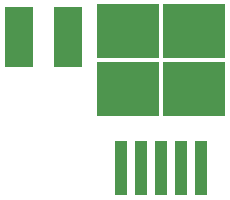
<source format=gbr>
G04 #@! TF.GenerationSoftware,KiCad,Pcbnew,(5.0.2)-1*
G04 #@! TF.CreationDate,2019-03-20T14:53:53-04:00*
G04 #@! TF.ProjectId,_saved__saved_tDCS,5f736176-6564-45f5-9f73-617665645f74,rev?*
G04 #@! TF.SameCoordinates,Original*
G04 #@! TF.FileFunction,Paste,Top*
G04 #@! TF.FilePolarity,Positive*
%FSLAX46Y46*%
G04 Gerber Fmt 4.6, Leading zero omitted, Abs format (unit mm)*
G04 Created by KiCad (PCBNEW (5.0.2)-1) date 3/20/2019 2:53:53 PM*
%MOMM*%
%LPD*%
G01*
G04 APERTURE LIST*
%ADD10R,2.350000X5.100000*%
%ADD11R,1.100000X4.600000*%
%ADD12R,5.250000X4.550000*%
G04 APERTURE END LIST*
D10*
G04 #@! TO.C,L1*
X57361000Y-80264000D03*
X61511000Y-80264000D03*
G04 #@! TD*
D11*
G04 #@! TO.C,U1*
X65942000Y-91373000D03*
X67642000Y-91373000D03*
X69342000Y-91373000D03*
X71042000Y-91373000D03*
X72742000Y-91373000D03*
D12*
X72117000Y-79798000D03*
X66567000Y-84648000D03*
X66567000Y-79798000D03*
X72117000Y-84648000D03*
G04 #@! TD*
M02*

</source>
